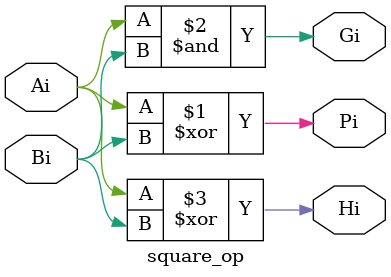
<source format=v>
module square_op
(
  input   Ai,
  input   Bi,

  output  Pi,
  output  Gi,
  output  Hi
);

assign Pi = Ai ^ Bi;
assign Gi = Ai & Bi;
assign Hi = Ai ^ Bi;

endmodule

</source>
